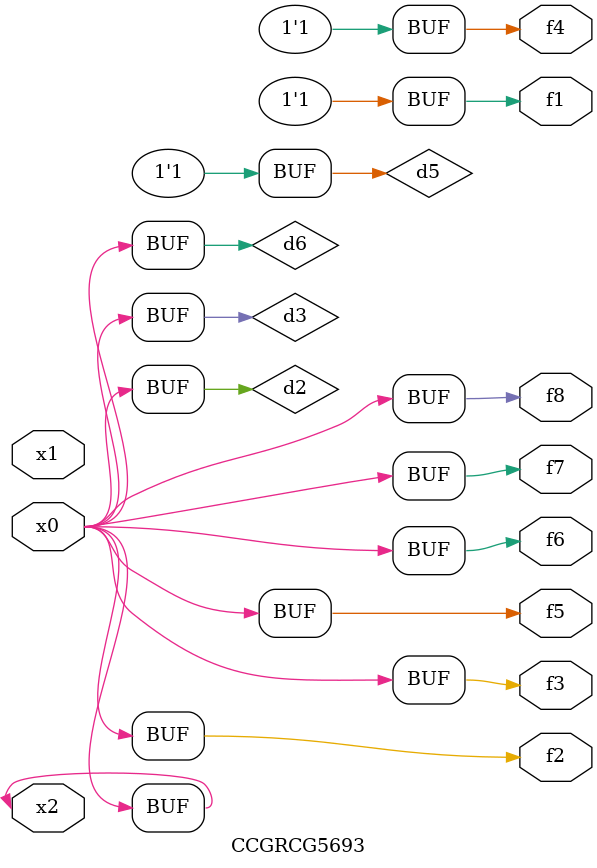
<source format=v>
module CCGRCG5693(
	input x0, x1, x2,
	output f1, f2, f3, f4, f5, f6, f7, f8
);

	wire d1, d2, d3, d4, d5, d6;

	xnor (d1, x2);
	buf (d2, x0, x2);
	and (d3, x0);
	xnor (d4, x1, x2);
	nand (d5, d1, d3);
	buf (d6, d2, d3);
	assign f1 = d5;
	assign f2 = d6;
	assign f3 = d6;
	assign f4 = d5;
	assign f5 = d6;
	assign f6 = d6;
	assign f7 = d6;
	assign f8 = d6;
endmodule

</source>
